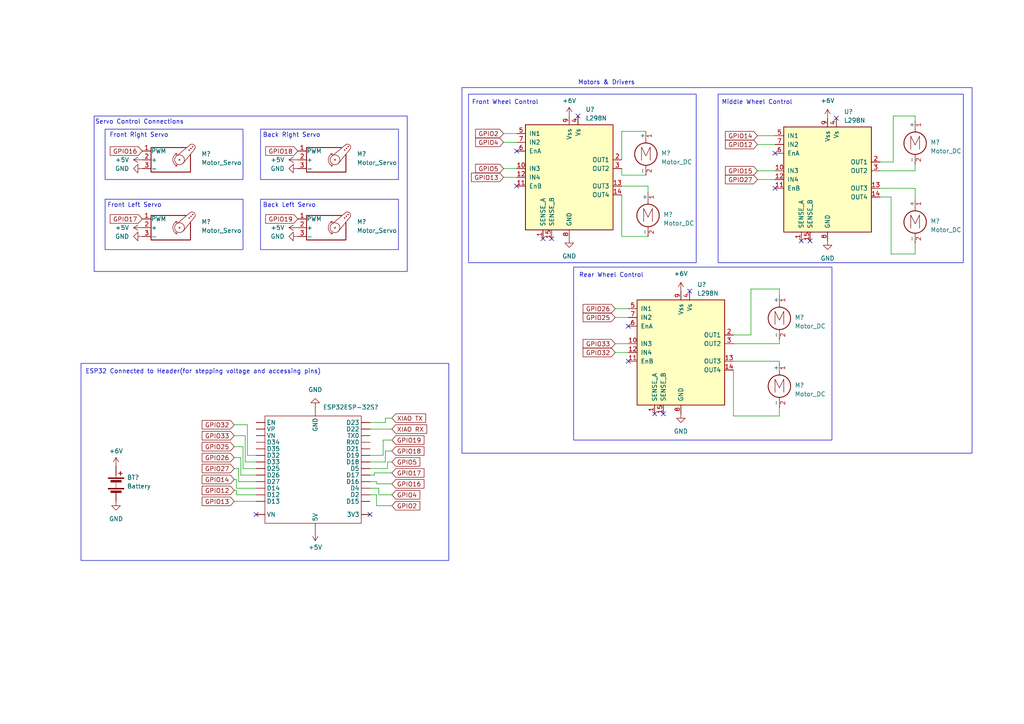
<source format=kicad_sch>
(kicad_sch (version 20230121) (generator eeschema)
  (paper "A4")
  (title_block (title "Autonomous Rover Circuit Design") (date "2025-02-22") (rev "V1") (company "UAT") (comment 1 "SIP Project") (comment 2 "Damon Rocha"))
  (lib_symbols
    (symbol "CustomSymbols:ESP32-ESPS"
      (property "Reference" "ESP32ESP-32S" (at 9.525 -10.16 0))
      (symbol "ESP32-ESPS_0_1"
        (rectangle (start -5.08 3.81) (end 22.86 -27.305))
      )
      (symbol "ESP32-ESPS_1_1"
        (pin input line (at 25.4 -24.765 180) (length 2.54) (name "3V3") (number ""))
        (pin input line (at 9.525 -29.845 90) (length 2.54) (name "5V") (number ""))
        (pin output line (at -7.62 -19.05 0) (length 2.54) (name "D12") (number ""))
        (pin output line (at -7.62 -20.955 0) (length 2.54) (name "D13") (number ""))
        (pin output line (at -7.62 -17.145 0) (length 2.54) (name "D14") (number ""))
        (pin input line (at 25.4 -20.955 180) (length 2.54) (name "D15") (number ""))
        (pin input line (at 25.4 -15.24 180) (length 2.54) (name "D16") (number ""))
        (pin input line (at 25.4 -13.335 180) (length 2.54) (name "D17") (number ""))
        (pin input line (at 25.4 -9.525 180) (length 2.54) (name "D18") (number ""))
        (pin input line (at 25.4 -7.62 180) (length 2.54) (name "D19") (number ""))
        (pin input line (at 25.4 -19.05 180) (length 2.54) (name "D2") (number ""))
        (pin input line (at 25.4 -5.715 180) (length 2.54) (name "D21") (number ""))
        (pin output line (at 25.4 0 180) (length 2.54) (name "D22") (number ""))
        (pin output line (at 25.4 1.905 180) (length 2.54) (name "D23") (number ""))
        (pin output line (at -7.62 -11.43 0) (length 2.54) (name "D25") (number ""))
        (pin output line (at -7.62 -13.335 0) (length 2.54) (name "D26") (number ""))
        (pin output line (at -7.62 -15.24 0) (length 2.54) (name "D27") (number ""))
        (pin output line (at -7.62 -7.62 0) (length 2.54) (name "D32") (number ""))
        (pin output line (at -7.62 -9.525 0) (length 2.54) (name "D33") (number ""))
        (pin output line (at -7.62 -3.81 0) (length 2.54) (name "D34") (number ""))
        (pin output line (at -7.62 -5.715 0) (length 2.54) (name "D35") (number ""))
        (pin input line (at 25.4 -17.145 180) (length 2.54) (name "D4") (number ""))
        (pin input line (at 25.4 -11.43 180) (length 2.54) (name "D5") (number ""))
        (pin input line (at -7.62 1.905 0) (length 2.54) (name "EN") (number ""))
        (pin input line (at 9.525 6.35 270) (length 2.54) (name "GND") (number ""))
        (pin input line (at 25.4 -3.81 180) (length 2.54) (name "RX0") (number ""))
        (pin output line (at 25.4 -1.905 180) (length 2.54) (name "TX0") (number ""))
        (pin input line (at -7.62 -24.765 0) (length 2.54) (name "VN") (number ""))
        (pin input line (at -7.62 -1.905 0) (length 2.54) (name "VN") (number ""))
        (pin input line (at -7.62 0 0) (length 2.54) (name "VP") (number ""))
      )
    )
    (symbol "Device:Battery" (pin_numbers hide) (pin_names (offset 0) hide)
      (property "Reference" "BT" (at 2.54 2.54 0))
      (property "Value" "Battery" (at 2.54 0 0))
      (symbol "Battery_0_1"
        (rectangle (start -2.286 -1.27) (end 2.286 -1.524) (fill (type outline)))
        (rectangle (start -2.286 1.778) (end 2.286 1.524) (fill (type outline)))
        (rectangle (start -1.524 -2.032) (end 1.524 -2.54) (fill (type outline)))
        (rectangle (start -1.524 1.016) (end 1.524 0.508) (fill (type outline)))
        (polyline (pts (xy 0 -1.016) (xy 0 -0.762)))
        (polyline (pts (xy 0 -0.508) (xy 0 -0.254)))
        (polyline (pts (xy 0 0) (xy 0 0.254)))
        (polyline (pts (xy 0 1.778) (xy 0 2.54)))
        (polyline (pts (xy 0.762 3.048) (xy 1.778 3.048)) (stroke (width 0.254)))
        (polyline (pts (xy 1.27 3.556) (xy 1.27 2.54)) (stroke (width 0.254)))
      )
      (symbol "Battery_1_1"
        (pin passive line (at 0 5.08 270) (length 2.54) (name "+") (number "1"))
        (pin passive line (at 0 -5.08 90) (length 2.54) (name "-") (number "2"))
      )
    )
    (symbol "Driver_Motor:L298N" (pin_names (offset 1.016))
      (property "Reference" "U" (at -10.16 16.51 0))
      (property "Value" "L298N" (at 12.7 16.51 0))
      (symbol "L298N_0_1"
        (rectangle (start -12.7 15.24) (end 12.7 -15.24) (stroke (width 0.254)) (fill (type background)))
      )
      (symbol "L298N_1_1"
        (pin power_in line (at -7.62 -17.78 90) (length 2.54) (name "SENSE_A") (number "1"))
        (pin input line (at -15.24 2.54 0) (length 2.54) (name "IN3") (number "10"))
        (pin input line (at -15.24 -2.54 0) (length 2.54) (name "EnB") (number "11"))
        (pin input line (at -15.24 0 0) (length 2.54) (name "IN4") (number "12"))
        (pin output line (at 15.24 -2.54 180) (length 2.54) (name "OUT3") (number "13"))
        (pin output line (at 15.24 -5.08 180) (length 2.54) (name "OUT4") (number "14"))
        (pin power_in line (at -5.08 -17.78 90) (length 2.54) (name "SENSE_B") (number "15"))
        (pin output line (at 15.24 5.08 180) (length 2.54) (name "OUT1") (number "2"))
        (pin output line (at 15.24 2.54 180) (length 2.54) (name "OUT2") (number "3"))
        (pin power_in line (at 2.54 17.78 270) (length 2.54) (name "Vs") (number "4"))
        (pin input line (at -15.24 12.7 0) (length 2.54) (name "IN1") (number "5"))
        (pin input line (at -15.24 7.62 0) (length 2.54) (name "EnA") (number "6"))
        (pin input line (at -15.24 10.16 0) (length 2.54) (name "IN2") (number "7"))
        (pin power_in line (at 0 -17.78 90) (length 2.54) (name "GND") (number "8"))
        (pin power_in line (at 0 17.78 270) (length 2.54) (name "Vss") (number "9"))
      )
    )
    (symbol "Motor:Motor_DC" (pin_names (offset 0))
      (property "Reference" "M" (at 2.54 2.54 0))
      (property "Value" "Motor_DC" (at 2.54 -5.08 0))
      (symbol "Motor_DC_0_0"
        (polyline (pts (xy -1.27 -3.302) (xy -1.27 0.508) (xy 0 -2.032) (xy 1.27 0.508) (xy 1.27 -3.302)))
      )
      (symbol "Motor_DC_0_1"
        (circle (center 0 -1.524) (radius 3.2512) (stroke (width 0.254)))
        (polyline (pts (xy 0 -7.62) (xy 0 -7.112)))
        (polyline (pts (xy 0 -4.7752) (xy 0 -5.1816)))
        (polyline (pts (xy 0 1.7272) (xy 0 2.0828)))
        (polyline (pts (xy 0 2.032) (xy 0 2.54)))
      )
      (symbol "Motor_DC_1_1"
        (pin passive line (at 0 5.08 270) (length 2.54) (name "+") (number "1"))
        (pin passive line (at 0 -7.62 90) (length 2.54) (name "-") (number "2"))
      )
    )
    (symbol "Motor:Motor_Servo" (pin_names (offset 0.0254))
      (property "Reference" "M" (at -5.08 4.445 0))
      (property "Value" "Motor_Servo" (at -5.08 -4.064 0))
      (symbol "Motor_Servo_0_1"
        (polyline (pts (xy 2.413 -1.778) (xy 2.032 -1.778)))
        (polyline (pts (xy 2.413 -1.778) (xy 2.286 -1.397)))
        (polyline (pts (xy 2.413 1.778) (xy 1.905 1.778)))
        (polyline (pts (xy 2.413 1.778) (xy 2.286 1.397)))
        (polyline (pts (xy 6.35 4.445) (xy 2.54 1.27)))
        (polyline (pts (xy 7.62 3.175) (xy 4.191 -1.016)))
        (polyline (pts (xy 5.08 3.556) (xy -5.08 3.556) (xy -5.08 -3.556) (xy 6.35 -3.556) (xy 6.35 1.524)) (stroke (width 0.254)))
        (arc (start 2.413 1.778) (mid 1.2406 0) (end 2.413 -1.778))
        (circle (center 3.175 0) (radius 0.1778))
        (circle (center 3.175 0) (radius 1.4224))
        (circle (center 5.969 2.794) (radius 0.127))
        (circle (center 6.477 3.302) (radius 0.127))
        (circle (center 6.985 3.81) (radius 0.127))
        (arc (start 7.62 3.175) (mid 7.4485 4.2735) (end 6.35 4.445))
      )
      (symbol "Motor_Servo_1_1"
        (pin passive line (at -7.62 2.54 0) (length 2.54) (name "PWM") (number "1"))
        (pin passive line (at -7.62 0 0) (length 2.54) (name "+") (number "2"))
        (pin passive line (at -7.62 -2.54 0) (length 2.54) (name "-") (number "3"))
      )
    )
    (symbol "power:+5V" (power) (pin_names (offset 0))
      (property "Value" "+5V" (at 0 3.556 0))
      (symbol "+5V_0_1"
        (polyline (pts (xy -0.762 1.27) (xy 0 2.54)))
        (polyline (pts (xy 0 0) (xy 0 2.54)))
        (polyline (pts (xy 0 2.54) (xy 0.762 1.27)))
      )
      (symbol "+5V_1_1"
        (pin power_in line (at 0 0 90) (length 0) hide (name "+5V") (number "1"))
      )
    )
    (symbol "power:+6V" (power) (pin_names (offset 0))
      (property "Value" "+6V" (at 0 3.556 0))
      (symbol "+6V_0_1"
        (polyline (pts (xy -0.762 1.27) (xy 0 2.54)))
        (polyline (pts (xy 0 0) (xy 0 2.54)))
        (polyline (pts (xy 0 2.54) (xy 0.762 1.27)))
      )
      (symbol "+6V_1_1"
        (pin power_in line (at 0 0 90) (length 0) hide (name "+6V") (number "1"))
      )
    )
    (symbol "power:GND" (power) (pin_names (offset 0))
      (property "Value" "GND" (at 0 -3.81 0))
      (symbol "GND_0_1"
        (polyline (pts (xy 0 0) (xy 0 -1.27) (xy 1.27 -1.27) (xy 0 -2.54) (xy -1.27 -1.27) (xy 0 -1.27)))
      )
      (symbol "GND_1_1"
        (pin power_in line (at 0 0 270) (length 0) hide (name "GND") (number "1"))
      )
    )
  )
  (no_connect (at 234.95 69.85))
  (no_connect (at 157.48 69.215))
  (no_connect (at 232.41 69.85))
  (no_connect (at 182.245 94.615))
  (no_connect (at 74.295 149.225))
  (no_connect (at 224.79 44.45))
  (no_connect (at 149.86 53.975))
  (no_connect (at 200.025 84.455))
  (no_connect (at 189.865 120.015))
  (no_connect (at 160.02 69.215))
  (no_connect (at 192.405 120.015))
  (no_connect (at 242.57 34.29))
  (no_connect (at 167.64 33.655))
  (no_connect (at 149.86 43.815))
  (no_connect (at 182.245 104.775))
  (no_connect (at 224.79 54.61))
  (no_connect (at 107.315 149.225))
  (wire (pts (xy 68.58 139.065) (xy 68.58 141.605)))
  (wire (pts (xy 71.755 132.08) (xy 74.295 132.08)))
  (wire (pts (xy 212.725 104.775) (xy 226.06 104.775)))
  (wire (pts (xy 187.96 53.975) (xy 187.96 55.88)))
  (wire (pts (xy 67.945 142.24) (xy 68.58 142.24)))
  (wire (pts (xy 212.725 120.65) (xy 226.06 120.65)))
  (wire (pts (xy 226.06 99.695) (xy 226.06 98.425)))
  (wire (pts (xy 217.805 83.82) (xy 226.06 83.82)))
  (wire (pts (xy 226.06 118.11) (xy 226.06 120.65)))
  (wire (pts (xy 67.945 129.54) (xy 70.485 129.54)))
  (wire (pts (xy 180.34 50.8) (xy 187.325 50.8)))
  (wire (pts (xy 68.58 143.51) (xy 74.295 143.51)))
  (wire (pts (xy 107.315 122.555) (xy 111.76 122.555)))
  (wire (pts (xy 265.43 33.655) (xy 265.43 34.925)))
  (wire (pts (xy 109.22 140.335) (xy 109.22 139.7)))
  (wire (pts (xy 146.05 48.895) (xy 149.86 48.895)))
  (wire (pts (xy 259.08 46.99) (xy 259.08 33.655)))
  (wire (pts (xy 219.71 52.07) (xy 224.79 52.07)))
  (wire (pts (xy 109.22 143.51) (xy 109.22 146.685)))
  (wire (pts (xy 212.725 99.695) (xy 226.06 99.695)))
  (wire (pts (xy 258.445 57.15) (xy 258.445 73.66)))
  (wire (pts (xy 67.945 123.19) (xy 71.755 123.19)))
  (wire (pts (xy 69.85 137.795) (xy 74.295 137.795)))
  (wire (pts (xy 255.27 46.99) (xy 259.08 46.99)))
  (wire (pts (xy 180.34 68.58) (xy 187.96 68.58)))
  (wire (pts (xy 70.485 129.54) (xy 70.485 135.89)))
  (wire (pts (xy 178.435 102.235) (xy 182.245 102.235)))
  (wire (pts (xy 219.71 41.91) (xy 224.79 41.91)))
  (wire (pts (xy 212.725 97.155) (xy 217.805 97.155)))
  (wire (pts (xy 69.85 132.715) (xy 69.85 137.795)))
  (wire (pts (xy 113.665 137.16) (xy 108.585 137.16)))
  (wire (pts (xy 180.34 38.1) (xy 187.325 38.1)))
  (wire (pts (xy 265.43 54.61) (xy 265.43 57.785)))
  (wire (pts (xy 71.12 133.985) (xy 74.295 133.985)))
  (wire (pts (xy 255.27 57.15) (xy 258.445 57.15)))
  (wire (pts (xy 109.855 141.605) (xy 109.855 143.51)))
  (wire (pts (xy 178.435 89.535) (xy 182.245 89.535)))
  (wire (pts (xy 111.125 127.635) (xy 111.125 132.08)))
  (wire (pts (xy 69.215 135.89) (xy 69.215 139.7)))
  (wire (pts (xy 217.805 97.155) (xy 217.805 83.82)))
  (wire (pts (xy 265.43 49.53) (xy 265.43 47.625)))
  (wire (pts (xy 68.58 141.605) (xy 74.295 141.605)))
  (wire (pts (xy 111.76 133.985) (xy 107.315 133.985)))
  (wire (pts (xy 111.125 132.08) (xy 107.315 132.08)))
  (wire (pts (xy 108.585 137.16) (xy 108.585 137.795)))
  (wire (pts (xy 109.22 139.7) (xy 107.315 139.7)))
  (wire (pts (xy 107.315 143.51) (xy 109.22 143.51)))
  (wire (pts (xy 146.05 41.275) (xy 149.86 41.275)))
  (wire (pts (xy 259.08 33.655) (xy 265.43 33.655)))
  (wire (pts (xy 113.665 124.46) (xy 107.315 124.46)))
  (wire (pts (xy 180.34 56.515) (xy 180.34 68.58)))
  (wire (pts (xy 146.05 51.435) (xy 149.86 51.435)))
  (wire (pts (xy 67.945 135.89) (xy 69.215 135.89)))
  (wire (pts (xy 146.05 38.735) (xy 149.86 38.735)))
  (wire (pts (xy 180.34 48.895) (xy 180.34 50.8)))
  (wire (pts (xy 112.395 133.985) (xy 112.395 135.89)))
  (wire (pts (xy 113.665 140.335) (xy 109.22 140.335)))
  (wire (pts (xy 111.76 121.285) (xy 113.665 121.285)))
  (wire (pts (xy 109.855 143.51) (xy 113.665 143.51)))
  (wire (pts (xy 255.27 54.61) (xy 265.43 54.61)))
  (wire (pts (xy 113.665 130.81) (xy 111.76 130.81)))
  (wire (pts (xy 112.395 133.985) (xy 113.665 133.985)))
  (wire (pts (xy 219.71 49.53) (xy 224.79 49.53)))
  (wire (pts (xy 180.34 53.975) (xy 187.96 53.975)))
  (wire (pts (xy 67.945 126.365) (xy 71.12 126.365)))
  (wire (pts (xy 226.06 104.775) (xy 226.06 105.41)))
  (wire (pts (xy 111.76 122.555) (xy 111.76 121.285)))
  (wire (pts (xy 69.215 139.7) (xy 74.295 139.7)))
  (wire (pts (xy 258.445 73.66) (xy 265.43 73.66)))
  (wire (pts (xy 109.22 146.685) (xy 113.665 146.685)))
  (wire (pts (xy 71.755 123.19) (xy 71.755 132.08)))
  (wire (pts (xy 67.945 132.715) (xy 69.85 132.715)))
  (wire (pts (xy 71.12 126.365) (xy 71.12 133.985)))
  (wire (pts (xy 67.945 145.415) (xy 74.295 145.415)))
  (wire (pts (xy 219.71 39.37) (xy 224.79 39.37)))
  (wire (pts (xy 107.315 141.605) (xy 109.855 141.605)))
  (wire (pts (xy 70.485 135.89) (xy 74.295 135.89)))
  (wire (pts (xy 178.435 92.075) (xy 182.245 92.075)))
  (wire (pts (xy 112.395 135.89) (xy 107.315 135.89)))
  (wire (pts (xy 111.76 130.81) (xy 111.76 133.985)))
  (wire (pts (xy 265.43 70.485) (xy 265.43 73.66)))
  (wire (pts (xy 255.27 49.53) (xy 265.43 49.53)))
  (wire (pts (xy 67.945 139.065) (xy 68.58 139.065)))
  (wire (pts (xy 212.725 107.315) (xy 212.725 120.65)))
  (wire (pts (xy 226.06 83.82) (xy 226.06 85.725)))
  (wire (pts (xy 68.58 142.24) (xy 68.58 143.51)))
  (wire (pts (xy 113.665 127.635) (xy 111.125 127.635)))
  (wire (pts (xy 180.34 46.355) (xy 180.34 38.1)))
  (wire (pts (xy 178.435 99.695) (xy 182.245 99.695)))
  (wire (pts (xy 108.585 137.795) (xy 107.315 137.795)))
  (rectangle (start 166.37 77.47) (end 241.3 127.635))
  (rectangle (start 75.565 37.465) (end 115.57 52.07))
  (rectangle (start 30.48 57.785) (end 70.485 72.39))
  (rectangle (start 30.48 37.465) (end 70.485 52.07))
  (rectangle (start 23.495 105.41) (end 130.175 162.56))
  (rectangle (start 208.28 27.305) (end 279.4 76.2))
  (rectangle (start 75.565 57.785) (end 115.57 72.39))
  (rectangle (start 27.305 33.655) (end 118.11 78.74))
  (rectangle (start 133.985 25.4) (end 281.94 131.445))
  (rectangle (start 135.89 27.305) (end 201.93 76.2))
  (text "Front Left Servo" (at 31.115 60.325 0) (effects (font (size 1.27 1.27)) (justify left bottom)))
  (text "ESP32 Connected to Header(for stepping voltage and accessing pins)" (at 24.765 108.585 0) (effects (font (size 1.27 1.27)) (justify left bottom)))
  (text "Back Left Servo" (at 76.2 60.325 0) (effects (font (size 1.27 1.27)) (justify left bottom)))
  (text "Front Right Servo" (at 31.75 40.005 0) (effects (font (size 1.27 1.27)) (justify left bottom)))
  (text "Back Right Servo" (at 76.2 40.005 0) (effects (font (size 1.27 1.27)) (justify left bottom)))
  (text "Middle Wheel Control" (at 229.87 30.48 0) (effects (font (size 1.27 1.27)) (justify right bottom)))
  (text "Motors & Drivers" (at 167.64 24.765 0) (effects (font (size 1.27 1.27)) (justify left bottom)))
  (text "Front Wheel Control" (at 156.21 30.48 0) (effects (font (size 1.27 1.27)) (justify right bottom)))
  (text "Servo Control Connections" (at 53.34 36.195 0) (effects (font (size 1.27 1.27)) (justify right bottom)))
  (text "Rear Wheel Control" (at 186.69 80.645 0) (effects (font (size 1.27 1.27)) (justify right bottom)))
  (global_label "GPIO18" (shape input) (at 113.665 130.81 0) (property "Intersheetrefs" "${INTERSHEET_REFS}" (effects hide)))
  (global_label "GPIO4" (shape input) (at 113.665 143.51 0) (property "Intersheetrefs" "${INTERSHEET_REFS}" (effects hide)))
  (global_label "GPIO12" (shape input) (at 219.71 41.91 180) (property "Intersheetrefs" "${INTERSHEET_REFS}" (effects hide)))
  (global_label "GPIO17" (shape input) (at 41.275 63.5 180) (property "Intersheetrefs" "${INTERSHEET_REFS}" (effects hide)))
  (global_label "GPIO26" (shape input) (at 67.945 132.715 180) (property "Intersheetrefs" "${INTERSHEET_REFS}" (effects hide)))
  (global_label "GPIO13" (shape input) (at 146.05 51.435 180) (property "Intersheetrefs" "${INTERSHEET_REFS}" (effects hide)))
  (global_label "GPIO18" (shape input) (at 86.36 43.815 180) (property "Intersheetrefs" "${INTERSHEET_REFS}" (effects hide)))
  (global_label "GPIO13" (shape input) (at 67.945 145.415 180) (property "Intersheetrefs" "${INTERSHEET_REFS}" (effects hide)))
  (global_label "GPIO33" (shape input) (at 67.945 126.365 180) (property "Intersheetrefs" "${INTERSHEET_REFS}" (effects hide)))
  (global_label "GPIO17" (shape input) (at 113.665 137.16 0) (property "Intersheetrefs" "${INTERSHEET_REFS}" (effects hide)))
  (global_label "XIAO RX" (shape input) (at 113.665 124.46 0) (property "Intersheetrefs" "${INTERSHEET_REFS}" (effects hide)))
  (global_label "GPIO33" (shape input) (at 178.435 99.695 180) (property "Intersheetrefs" "${INTERSHEET_REFS}" (effects hide)))
  (global_label "GPIO14" (shape input) (at 67.945 139.065 180) (property "Intersheetrefs" "${INTERSHEET_REFS}" (effects hide)))
  (global_label "GPIO19" (shape input) (at 86.36 63.5 180) (property "Intersheetrefs" "${INTERSHEET_REFS}" (effects hide)))
  (global_label "GPIO4" (shape input) (at 146.05 41.275 180) (property "Intersheetrefs" "${INTERSHEET_REFS}" (effects hide)))
  (global_label "GPIO16" (shape input) (at 41.275 43.815 180) (property "Intersheetrefs" "${INTERSHEET_REFS}" (effects hide)))
  (global_label "GPIO32" (shape input) (at 178.435 102.235 180) (property "Intersheetrefs" "${INTERSHEET_REFS}" (effects hide)))
  (global_label "GPIO27" (shape input) (at 219.71 52.07 180) (property "Intersheetrefs" "${INTERSHEET_REFS}" (effects hide)))
  (global_label "GPIO16" (shape input) (at 113.665 140.335 0) (property "Intersheetrefs" "${INTERSHEET_REFS}" (effects hide)))
  (global_label "GPIO25" (shape input) (at 178.435 92.075 180) (property "Intersheetrefs" "${INTERSHEET_REFS}" (effects hide)))
  (global_label "GPIO14" (shape input) (at 219.71 39.37 180) (property "Intersheetrefs" "${INTERSHEET_REFS}" (effects hide)))
  (global_label "XIAO TX" (shape input) (at 113.665 121.285 0) (property "Intersheetrefs" "${INTERSHEET_REFS}" (effects hide)))
  (global_label "GPIO5" (shape input) (at 113.665 133.985 0) (property "Intersheetrefs" "${INTERSHEET_REFS}" (effects hide)))
  (global_label "GPIO25" (shape input) (at 67.945 129.54 180) (property "Intersheetrefs" "${INTERSHEET_REFS}" (effects hide)))
  (global_label "GPIO2" (shape input) (at 146.05 38.735 180) (property "Intersheetrefs" "${INTERSHEET_REFS}" (effects hide)))
  (global_label "GPIO19" (shape input) (at 113.665 127.635 0) (property "Intersheetrefs" "${INTERSHEET_REFS}" (effects hide)))
  (global_label "GPIO15" (shape input) (at 219.71 49.53 180) (property "Intersheetrefs" "${INTERSHEET_REFS}" (effects hide)))
  (global_label "GPIO5" (shape input) (at 146.05 48.895 180) (property "Intersheetrefs" "${INTERSHEET_REFS}" (effects hide)))
  (global_label "GPIO27" (shape input) (at 67.945 135.89 180) (property "Intersheetrefs" "${INTERSHEET_REFS}" (effects hide)))
  (global_label "GPIO26" (shape input) (at 178.435 89.535 180) (property "Intersheetrefs" "${INTERSHEET_REFS}" (effects hide)))
  (global_label "GPIO2" (shape input) (at 113.665 146.685 0) (property "Intersheetrefs" "${INTERSHEET_REFS}" (effects hide)))
  (global_label "GPIO32" (shape input) (at 67.945 123.19 180) (property "Intersheetrefs" "${INTERSHEET_REFS}" (effects hide)))
  (global_label "GPIO12" (shape input) (at 67.945 142.24 180) (property "Intersheetrefs" "${INTERSHEET_REFS}" (effects hide)))
  (symbol (lib_id "Motor:Motor_Servo") (at 93.98 66.04 0) (unit 1)
    (property "Reference" "M?" (at 103.505 64.3366 0) (effects (justify left)))
    (property "Value" "Motor_Servo" (at 103.505 66.8766 0) (effects (justify left)))
    (property "Datasheet" "http://forums.parallax.com/uploads/attachments/46831/74481.png" (effects hide))
  )
  (symbol (lib_id "power:+6V") (at 197.485 84.455 0) (unit 1)
    (property "Reference" "#PWR012" (effects hide))
    (property "Value" "+6V" (at 197.485 79.375 0))
  )
  (symbol (lib_id "Driver_Motor:L298N") (at 165.1 51.435 0) (unit 1)
    (property "Reference" "U?" (at 169.8341 31.75 0) (effects (justify left)))
    (property "Value" "L298N" (at 169.8341 34.29 0) (effects (justify left)))
    (property "Footprint" "Package_TO_SOT_THT:TO-220-15_P2.54x2.54mm_StaggerOdd_Lead4.58mm_Vertical" (effects hide))
    (property "Datasheet" "http://www.st.com/st-web-ui/static/active/en/resource/technical/document/datasheet/CD00000240.pdf" (effects hide))
  )
  (symbol (lib_id "Driver_Motor:L298N") (at 197.485 102.235 0) (unit 1)
    (property "Reference" "U?" (at 202.2191 82.55 0) (effects (justify left)))
    (property "Value" "L298N" (at 202.2191 85.09 0) (effects (justify left)))
    (property "Footprint" "Package_TO_SOT_THT:TO-220-15_P2.54x2.54mm_StaggerOdd_Lead4.58mm_Vertical" (effects hide))
    (property "Datasheet" "http://www.st.com/st-web-ui/static/active/en/resource/technical/document/datasheet/CD00000240.pdf" (effects hide))
  )
  (symbol (lib_id "power:+5V") (at 86.36 46.355 90) (unit 1)
    (property "Reference" "#PWR013" (effects hide))
    (property "Value" "+5V" (at 82.55 46.355 90) (effects (justify left)))
  )
  (symbol (lib_id "power:+6V") (at 240.03 34.29 0) (unit 1)
    (property "Reference" "#PWR03" (effects hide))
    (property "Value" "+6V" (at 240.03 29.21 0))
  )
  (symbol (lib_id "power:GND") (at 41.275 48.895 270) (unit 1)
    (property "Reference" "#PWR09" (effects hide))
    (property "Value" "GND" (at 37.465 48.895 90) (effects (justify right)))
  )
  (symbol (lib_id "power:GND") (at 91.44 118.11 180) (unit 1)
    (property "Reference" "#PWR018" (effects hide))
    (property "Value" "GND" (at 91.44 113.03 0))
  )
  (symbol (lib_id "power:GND") (at 240.03 69.85 0) (unit 1)
    (property "Reference" "#PWR05" (effects hide))
    (property "Value" "GND" (at 240.03 74.93 0))
  )
  (symbol (lib_id "power:+5V") (at 91.44 154.305 180) (unit 1)
    (property "Reference" "#PWR017" (effects hide))
    (property "Value" "+5V" (at 91.44 158.75 0))
  )
  (symbol (lib_id "Motor:Motor_Servo") (at 48.895 46.355 0) (unit 1)
    (property "Reference" "M?" (at 58.42 44.6516 0) (effects (justify left)))
    (property "Value" "Motor_Servo" (at 58.42 47.1916 0) (effects (justify left)))
    (property "Datasheet" "http://forums.parallax.com/uploads/attachments/46831/74481.png" (effects hide))
  )
  (symbol (lib_id "Motor:Motor_DC") (at 265.43 62.865 0) (unit 1)
    (property "Reference" "M?" (at 269.875 64.135 0) (effects (justify left)))
    (property "Value" "Motor_DC" (at 269.875 66.675 0) (effects (justify left)))
  )
  (symbol (lib_id "Motor:Motor_DC") (at 187.325 43.18 0) (unit 1)
    (property "Reference" "M?" (at 191.77 44.45 0) (effects (justify left)))
    (property "Value" "Motor_DC" (at 191.77 46.99 0) (effects (justify left)))
  )
  (symbol (lib_id "power:GND") (at 86.36 48.895 270) (unit 1)
    (property "Reference" "#PWR010" (effects hide))
    (property "Value" "GND" (at 82.55 48.895 90) (effects (justify right)))
  )
  (symbol (lib_id "Motor:Motor_DC") (at 226.06 90.805 0) (unit 1)
    (property "Reference" "M?" (at 230.505 92.075 0) (effects (justify left)))
    (property "Value" "Motor_DC" (at 230.505 94.615 0) (effects (justify left)))
  )
  (symbol (lib_id "power:GND") (at 41.275 68.58 270) (unit 1)
    (property "Reference" "#PWR08" (effects hide))
    (property "Value" "GND" (at 37.465 68.58 90) (effects (justify right)))
  )
  (symbol (lib_id "power:GND") (at 33.655 145.415 0) (unit 1)
    (property "Reference" "#PWR02" (effects hide))
    (property "Value" "GND" (at 33.655 150.495 0))
  )
  (symbol (lib_id "Motor:Motor_Servo") (at 48.895 66.04 0) (unit 1)
    (property "Reference" "M?" (at 58.42 64.3366 0) (effects (justify left)))
    (property "Value" "Motor_Servo" (at 58.42 66.8766 0) (effects (justify left)))
    (property "Datasheet" "http://forums.parallax.com/uploads/attachments/46831/74481.png" (effects hide))
  )
  (symbol (lib_id "power:+5V") (at 41.275 46.355 90) (unit 1)
    (property "Reference" "#PWR016" (effects hide))
    (property "Value" "+5V" (at 37.465 46.355 90) (effects (justify left)))
  )
  (symbol (lib_id "Motor:Motor_DC") (at 187.96 60.96 0) (unit 1)
    (property "Reference" "M?" (at 192.405 62.23 0) (effects (justify left)))
    (property "Value" "Motor_DC" (at 192.405 64.77 0) (effects (justify left)))
  )
  (symbol (lib_id "Motor:Motor_Servo") (at 93.98 46.355 0) (unit 1)
    (property "Reference" "M?" (at 103.505 44.6516 0) (effects (justify left)))
    (property "Value" "Motor_Servo" (at 103.505 47.1916 0) (effects (justify left)))
    (property "Datasheet" "http://forums.parallax.com/uploads/attachments/46831/74481.png" (effects hide))
  )
  (symbol (lib_id "Motor:Motor_DC") (at 265.43 40.005 0) (unit 1)
    (property "Reference" "M?" (at 269.875 41.275 0) (effects (justify left)))
    (property "Value" "Motor_DC" (at 269.875 43.815 0) (effects (justify left)))
  )
  (symbol (lib_id "Motor:Motor_DC") (at 226.06 110.49 0) (unit 1)
    (property "Reference" "M?" (at 230.505 111.76 0) (effects (justify left)))
    (property "Value" "Motor_DC" (at 230.505 114.3 0) (effects (justify left)))
  )
  (symbol (lib_id "CustomSymbols:ESP32-ESPS") (at 81.915 124.46 0) (unit 1)
    (property "Reference" "ESP32ESP-32S?" (at 93.6341 118.11 0) (effects (justify left)))
    (property "Value" "~" (at 78.105 123.19 0))
  )
  (symbol (lib_id "power:GND") (at 197.485 120.015 0) (unit 1)
    (property "Reference" "#PWR06" (effects hide))
    (property "Value" "GND" (at 197.485 125.095 0))
  )
  (symbol (lib_id "Driver_Motor:L298N") (at 240.03 52.07 0) (unit 1)
    (property "Reference" "U?" (at 244.7641 32.385 0) (effects (justify left)))
    (property "Value" "L298N" (at 244.7641 34.925 0) (effects (justify left)))
    (property "Footprint" "Package_TO_SOT_THT:TO-220-15_P2.54x2.54mm_StaggerOdd_Lead4.58mm_Vertical" (effects hide))
    (property "Datasheet" "http://www.st.com/st-web-ui/static/active/en/resource/technical/document/datasheet/CD00000240.pdf" (effects hide))
  )
  (symbol (lib_id "power:GND") (at 86.36 68.58 270) (unit 1)
    (property "Reference" "#PWR011" (effects hide))
    (property "Value" "GND" (at 82.55 68.58 90) (effects (justify right)))
  )
  (symbol (lib_id "Device:Battery") (at 33.655 140.335 0) (unit 1)
    (property "Reference" "BT?" (at 36.83 138.4935 0) (effects (justify left)))
    (property "Value" "Battery" (at 36.83 141.0335 0) (effects (justify left)))
  )
  (symbol (lib_id "power:+5V") (at 86.36 66.04 90) (unit 1)
    (property "Reference" "#PWR014" (effects hide))
    (property "Value" "+5V" (at 82.55 66.04 90) (effects (justify left)))
  )
  (symbol (lib_id "power:+6V") (at 33.655 135.255 0) (unit 1)
    (property "Reference" "#PWR01" (effects hide))
    (property "Value" "+6V" (at 33.655 130.81 0))
  )
  (symbol (lib_id "power:+5V") (at 41.275 66.04 90) (unit 1)
    (property "Reference" "#PWR015" (effects hide))
    (property "Value" "+5V" (at 37.465 66.04 90) (effects (justify left)))
  )
  (symbol (lib_id "power:GND") (at 165.1 69.215 0) (unit 1)
    (property "Reference" "#PWR04" (effects hide))
    (property "Value" "GND" (at 165.1 74.295 0))
  )
  (symbol (lib_id "power:+6V") (at 165.1 33.655 0) (unit 1)
    (property "Reference" "#PWR07" (effects hide))
    (property "Value" "+6V" (at 165.1 29.21 0))
  )
)
</source>
